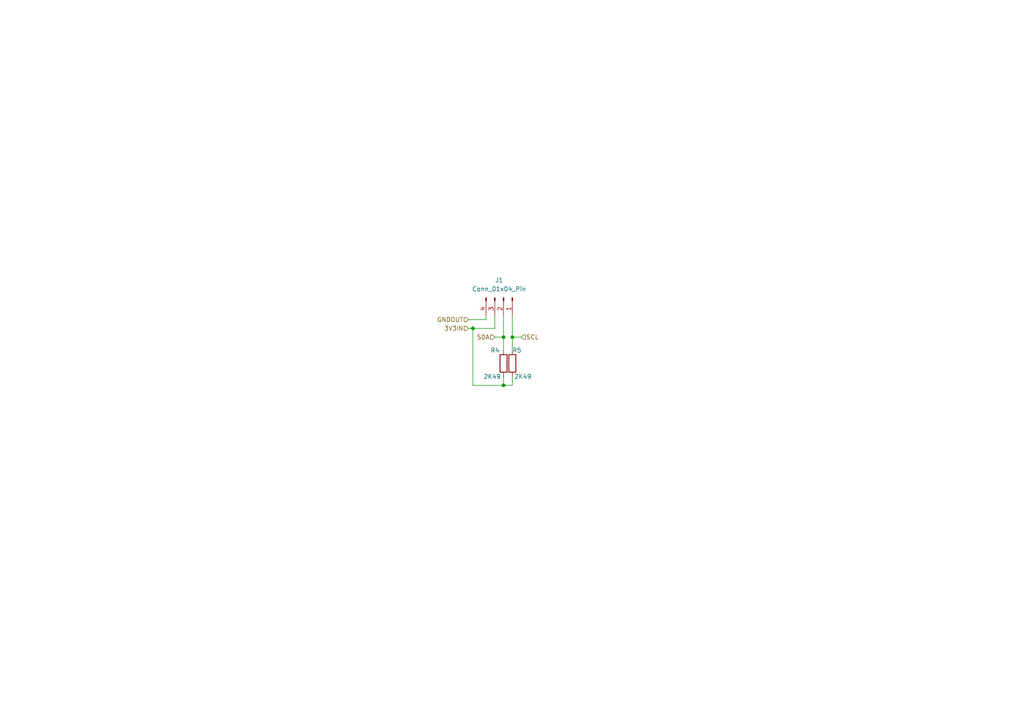
<source format=kicad_sch>
(kicad_sch (version 20250114) (generator "eeschema") (generator_version "9.0")
  (paper "A4")
  (lib_symbols
    (symbol "Connector:Conn_01x04_Pin" (pin_names (offset 1.016) (hide yes))
      (property "Reference" "J" (at 0 5.08 0))
      (property "Value" "Conn_01x04_Pin" (at 0 -7.62 0))
      (symbol "Conn_01x04_Pin_1_1"
        (rectangle (start 0.8636 2.667) (end 0 2.413) (stroke (width 0.1524)) (fill (type outline)))
        (rectangle (start 0.8636 0.127) (end 0 -0.127) (stroke (width 0.1524)) (fill (type outline)))
        (rectangle (start 0.8636 -2.413) (end 0 -2.667) (stroke (width 0.1524)) (fill (type outline)))
        (rectangle (start 0.8636 -4.953) (end 0 -5.207) (stroke (width 0.1524)) (fill (type outline)))
        (polyline (pts (xy 1.27 2.54) (xy 0.8636 2.54)) (stroke (width 0.1524)))
        (polyline (pts (xy 1.27 0) (xy 0.8636 0)) (stroke (width 0.1524)))
        (polyline (pts (xy 1.27 -2.54) (xy 0.8636 -2.54)) (stroke (width 0.1524)))
        (polyline (pts (xy 1.27 -5.08) (xy 0.8636 -5.08)) (stroke (width 0.1524)))
        (pin passive line (at 5.08 2.54 180) (length 3.81) (name "Pin_1") (number "1"))
        (pin passive line (at 5.08 0 180) (length 3.81) (name "Pin_2") (number "2"))
        (pin passive line (at 5.08 -2.54 180) (length 3.81) (name "Pin_3") (number "3"))
        (pin passive line (at 5.08 -5.08 180) (length 3.81) (name "Pin_4") (number "4"))
      )
    )
    (symbol "Device:R" (pin_numbers (hide yes)) (pin_names (offset 0))
      (property "Reference" "R" (at 2.032 0 90))
      (property "Value" "R" (at 0 0 90))
      (symbol "R_0_1"
        (rectangle (start -1.016 -2.54) (end 1.016 2.54) (stroke (width 0.254)))
      )
      (symbol "R_1_1"
        (pin passive line (at 0 3.81 270) (length 1.27) (name "~") (number "1"))
        (pin passive line (at 0 -3.81 90) (length 1.27) (name "~") (number "2"))
      )
    )
  )
  (junction (at 146.05 111.76))
  (junction (at 148.59 97.79))
  (junction (at 146.05 97.79))
  (junction (at 137.16 95.25))
  (wire (pts (xy 140.97 92.71) (xy 135.89 92.71)))
  (wire (pts (xy 146.05 91.44) (xy 146.05 97.79)))
  (wire (pts (xy 135.89 95.25) (xy 137.16 95.25)))
  (wire (pts (xy 143.51 95.25) (xy 143.51 91.44)))
  (wire (pts (xy 148.59 91.44) (xy 148.59 97.79)))
  (wire (pts (xy 146.05 111.76) (xy 146.05 109.22)))
  (wire (pts (xy 146.05 97.79) (xy 146.05 101.6)))
  (wire (pts (xy 137.16 95.25) (xy 143.51 95.25)))
  (wire (pts (xy 137.16 111.76) (xy 146.05 111.76)))
  (wire (pts (xy 148.59 97.79) (xy 148.59 101.6)))
  (wire (pts (xy 140.97 92.71) (xy 140.97 91.44)))
  (wire (pts (xy 143.51 97.79) (xy 146.05 97.79)))
  (wire (pts (xy 148.59 111.76) (xy 148.59 109.22)))
  (wire (pts (xy 146.05 111.76) (xy 148.59 111.76)))
  (wire (pts (xy 151.13 97.79) (xy 148.59 97.79)))
  (wire (pts (xy 137.16 95.25) (xy 137.16 111.76)))
  (hierarchical_label "3V3IN" (shape input) (at 135.89 95.25 180))
  (hierarchical_label "GNDOUT" (shape input) (at 135.89 92.71 180))
  (hierarchical_label "SCL" (shape input) (at 151.13 97.79 0))
  (hierarchical_label "SDA" (shape input) (at 143.51 97.79 180))
  (symbol (lib_id "Device:R") (at 148.59 105.41 0) (unit 1)
    (property "Reference" "R11" (at 148.59 101.6 0) (effects (justify left)))
    (property "Value" "2K49" (at 149.098 109.22 0) (effects (justify left)))
    (property "Description" "Resistor" (effects (hide yes)))
    (instances (project "pcb" (path "" (reference "R5") (unit 1)) (path "" (reference "R11") (unit 1)) (path "" (reference "R7") (unit 1)) (path "" (reference "R9") (unit 1))))
  )
  (symbol (lib_id "Device:R") (at 146.05 105.41 0) (unit 1)
    (property "Reference" "R10" (at 142.24 101.6 0) (effects (justify left)))
    (property "Value" "2K49" (at 142.748 109.22 0))
    (property "Description" "Resistor" (effects (hide yes)))
    (instances (project "pcb" (path "" (reference "R4") (unit 1)) (path "" (reference "R10") (unit 1)) (path "" (reference "R6") (unit 1)) (path "" (reference "R8") (unit 1))))
  )
  (symbol (lib_id "Connector:Conn_01x04_Pin") (at 146.05 86.36 270) (unit 1)
    (property "Reference" "J4" (at 144.78 81.28 90))
    (property "Value" "Conn_01x04_Pin" (at 144.78 83.82 90))
    (property "Description" "Generic connector, single row, 01x04, script generated" (effects (hide yes)))
    (instances (project "pcb" (path "" (reference "J1") (unit 1)) (path "" (reference "J4") (unit 1)) (path "" (reference "J2") (unit 1)) (path "" (reference "J3") (unit 1))))
  )
)
</source>
